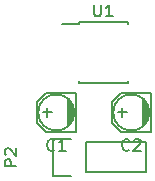
<source format=gbr>
G04 #@! TF.FileFunction,Legend,Top*
%FSLAX46Y46*%
G04 Gerber Fmt 4.6, Leading zero omitted, Abs format (unit mm)*
G04 Created by KiCad (PCBNEW 0.201602201416+6573~42~ubuntu14.04.1-product) date jeu. 25 févr. 2016 00:10:31 CET*
%MOMM*%
G01*
G04 APERTURE LIST*
%ADD10C,0.100000*%
%ADD11C,0.150000*%
G04 APERTURE END LIST*
D10*
D11*
X173101000Y-98171000D02*
X173101000Y-94869000D01*
X173101000Y-94869000D02*
X170561000Y-94869000D01*
X170561000Y-94869000D02*
X169799000Y-95631000D01*
X169799000Y-95631000D02*
X169799000Y-97409000D01*
X169799000Y-97409000D02*
X170561000Y-98171000D01*
X170561000Y-98171000D02*
X173101000Y-98171000D01*
X172847000Y-97028000D02*
X172847000Y-96012000D01*
X172720000Y-97282000D02*
X172720000Y-95758000D01*
X172593000Y-97536000D02*
X172593000Y-95504000D01*
X172466000Y-97663000D02*
X172466000Y-95377000D01*
X170307000Y-96520000D02*
X171069000Y-96520000D01*
X170688000Y-96901000D02*
X170688000Y-96139000D01*
X172974000Y-96520000D02*
G75*
G03X172974000Y-96520000I-1524000J0D01*
G01*
X179451000Y-98171000D02*
X179451000Y-94869000D01*
X179451000Y-94869000D02*
X176911000Y-94869000D01*
X176911000Y-94869000D02*
X176149000Y-95631000D01*
X176149000Y-95631000D02*
X176149000Y-97409000D01*
X176149000Y-97409000D02*
X176911000Y-98171000D01*
X176911000Y-98171000D02*
X179451000Y-98171000D01*
X179197000Y-97028000D02*
X179197000Y-96012000D01*
X179070000Y-97282000D02*
X179070000Y-95758000D01*
X178943000Y-97536000D02*
X178943000Y-95504000D01*
X178816000Y-97663000D02*
X178816000Y-95377000D01*
X176657000Y-96520000D02*
X177419000Y-96520000D01*
X177038000Y-96901000D02*
X177038000Y-96139000D01*
X179324000Y-96520000D02*
G75*
G03X179324000Y-96520000I-1524000J0D01*
G01*
X173990000Y-101600000D02*
X179070000Y-101600000D01*
X179070000Y-101600000D02*
X179070000Y-99060000D01*
X179070000Y-99060000D02*
X173990000Y-99060000D01*
X171170000Y-98780000D02*
X172720000Y-98780000D01*
X173990000Y-99060000D02*
X173990000Y-101600000D01*
X172720000Y-101880000D02*
X171170000Y-101880000D01*
X171170000Y-101880000D02*
X171170000Y-98780000D01*
X173345000Y-88865000D02*
X173345000Y-89010000D01*
X177495000Y-88865000D02*
X177495000Y-89010000D01*
X177495000Y-94015000D02*
X177495000Y-93870000D01*
X173345000Y-94015000D02*
X173345000Y-93870000D01*
X173345000Y-88865000D02*
X177495000Y-88865000D01*
X173345000Y-94015000D02*
X177495000Y-94015000D01*
X173345000Y-89010000D02*
X171945000Y-89010000D01*
X171283334Y-99671143D02*
X171235715Y-99718762D01*
X171092858Y-99766381D01*
X170997620Y-99766381D01*
X170854762Y-99718762D01*
X170759524Y-99623524D01*
X170711905Y-99528286D01*
X170664286Y-99337810D01*
X170664286Y-99194952D01*
X170711905Y-99004476D01*
X170759524Y-98909238D01*
X170854762Y-98814000D01*
X170997620Y-98766381D01*
X171092858Y-98766381D01*
X171235715Y-98814000D01*
X171283334Y-98861619D01*
X172235715Y-99766381D02*
X171664286Y-99766381D01*
X171950000Y-99766381D02*
X171950000Y-98766381D01*
X171854762Y-98909238D01*
X171759524Y-99004476D01*
X171664286Y-99052095D01*
X177633334Y-99671143D02*
X177585715Y-99718762D01*
X177442858Y-99766381D01*
X177347620Y-99766381D01*
X177204762Y-99718762D01*
X177109524Y-99623524D01*
X177061905Y-99528286D01*
X177014286Y-99337810D01*
X177014286Y-99194952D01*
X177061905Y-99004476D01*
X177109524Y-98909238D01*
X177204762Y-98814000D01*
X177347620Y-98766381D01*
X177442858Y-98766381D01*
X177585715Y-98814000D01*
X177633334Y-98861619D01*
X178014286Y-98861619D02*
X178061905Y-98814000D01*
X178157143Y-98766381D01*
X178395239Y-98766381D01*
X178490477Y-98814000D01*
X178538096Y-98861619D01*
X178585715Y-98956857D01*
X178585715Y-99052095D01*
X178538096Y-99194952D01*
X177966667Y-99766381D01*
X178585715Y-99766381D01*
X168072381Y-101068095D02*
X167072381Y-101068095D01*
X167072381Y-100687142D01*
X167120000Y-100591904D01*
X167167619Y-100544285D01*
X167262857Y-100496666D01*
X167405714Y-100496666D01*
X167500952Y-100544285D01*
X167548571Y-100591904D01*
X167596190Y-100687142D01*
X167596190Y-101068095D01*
X167167619Y-100115714D02*
X167120000Y-100068095D01*
X167072381Y-99972857D01*
X167072381Y-99734761D01*
X167120000Y-99639523D01*
X167167619Y-99591904D01*
X167262857Y-99544285D01*
X167358095Y-99544285D01*
X167500952Y-99591904D01*
X168072381Y-100163333D01*
X168072381Y-99544285D01*
X174658095Y-87392381D02*
X174658095Y-88201905D01*
X174705714Y-88297143D01*
X174753333Y-88344762D01*
X174848571Y-88392381D01*
X175039048Y-88392381D01*
X175134286Y-88344762D01*
X175181905Y-88297143D01*
X175229524Y-88201905D01*
X175229524Y-87392381D01*
X176229524Y-88392381D02*
X175658095Y-88392381D01*
X175943809Y-88392381D02*
X175943809Y-87392381D01*
X175848571Y-87535238D01*
X175753333Y-87630476D01*
X175658095Y-87678095D01*
M02*

</source>
